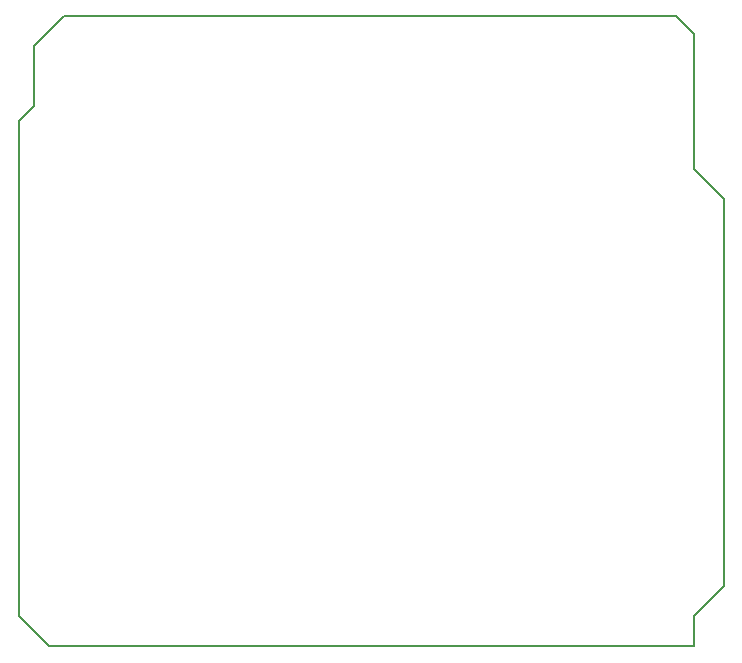
<source format=gm1>
G04 #@! TF.FileFunction,Profile,NP*
%FSLAX46Y46*%
G04 Gerber Fmt 4.6, Leading zero omitted, Abs format (unit mm)*
G04 Created by KiCad (PCBNEW 4.0.1-4.201602120846+6195~38~ubuntu15.10.1-stable) date Mon 15 Feb 2016 03:11:55 PM IST*
%MOMM*%
G01*
G04 APERTURE LIST*
%ADD10C,0.100000*%
%ADD11C,0.150000*%
G04 APERTURE END LIST*
D10*
D11*
X177038000Y-126365000D02*
X122428000Y-126365000D01*
X123698000Y-73025000D02*
X175514000Y-73025000D01*
X121158000Y-75565000D02*
X123698000Y-73025000D01*
X121158000Y-80645000D02*
X121158000Y-75565000D01*
X119888000Y-81915000D02*
X121158000Y-80645000D01*
X119888000Y-123825000D02*
X119888000Y-81915000D01*
X122428000Y-126365000D02*
X119888000Y-123825000D01*
X177038000Y-74549000D02*
X175514000Y-73025000D01*
X177038000Y-85979000D02*
X177038000Y-74549000D01*
X179578000Y-88519000D02*
X177038000Y-85979000D01*
X179578000Y-121285000D02*
X179578000Y-88519000D01*
X177038000Y-123825000D02*
X179578000Y-121285000D01*
X177038000Y-126365000D02*
X177038000Y-123825000D01*
M02*

</source>
